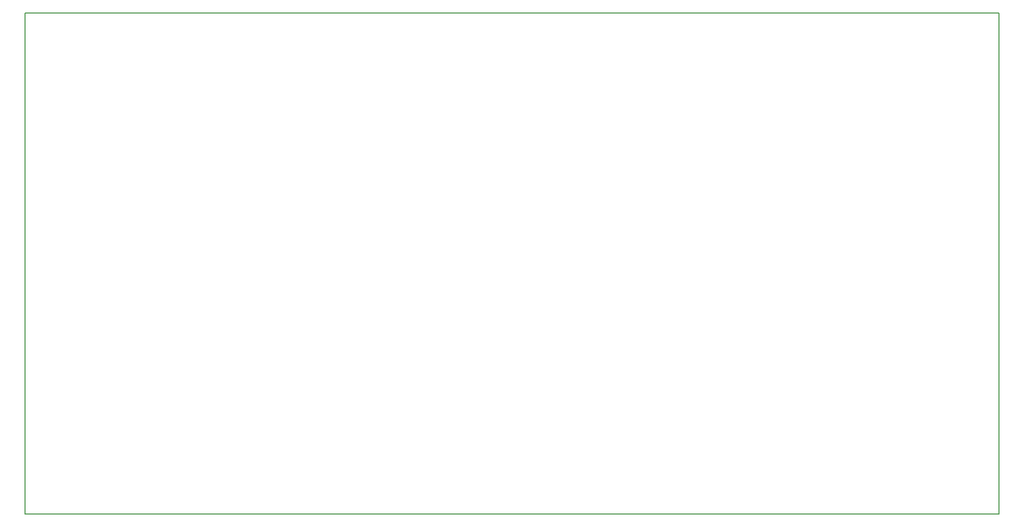
<source format=gbo>
G04 MADE WITH FRITZING*
G04 WWW.FRITZING.ORG*
G04 SINGLE SIDED*
G04 HOLES NOT PLATED*
G04 CONTOUR ON CENTER OF CONTOUR VECTOR*
%ASAXBY*%
%FSLAX23Y23*%
%MOIN*%
%OFA0B0*%
%SFA1.0B1.0*%
%ADD10R,6.496070X3.346460X6.480070X3.330460*%
%ADD11C,0.008000*%
%LNSILK0*%
G90*
G70*
G54D11*
X4Y3342D02*
X6492Y3342D01*
X6492Y4D01*
X4Y4D01*
X4Y3342D01*
D02*
G04 End of Silk0*
M02*
</source>
